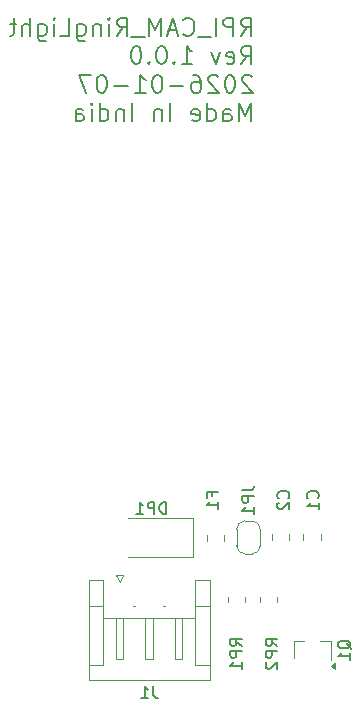
<source format=gbr>
%TF.GenerationSoftware,KiCad,Pcbnew,9.0.7-9.0.7~ubuntu24.04.1*%
%TF.CreationDate,2026-01-08T12:22:14+05:30*%
%TF.ProjectId,RPI_Cam3_RL,5250495f-4361-46d3-935f-524c2e6b6963,1.0.0*%
%TF.SameCoordinates,Original*%
%TF.FileFunction,Legend,Bot*%
%TF.FilePolarity,Positive*%
%FSLAX46Y46*%
G04 Gerber Fmt 4.6, Leading zero omitted, Abs format (unit mm)*
G04 Created by KiCad (PCBNEW 9.0.7-9.0.7~ubuntu24.04.1) date 2026-01-08 12:22:14*
%MOMM*%
%LPD*%
G01*
G04 APERTURE LIST*
%ADD10C,0.187500*%
%ADD11C,0.150000*%
%ADD12C,0.120000*%
G04 APERTURE END LIST*
D10*
X212862359Y-68661930D02*
X213362359Y-67947644D01*
X213719502Y-68661930D02*
X213719502Y-67161930D01*
X213719502Y-67161930D02*
X213148073Y-67161930D01*
X213148073Y-67161930D02*
X213005216Y-67233359D01*
X213005216Y-67233359D02*
X212933787Y-67304787D01*
X212933787Y-67304787D02*
X212862359Y-67447644D01*
X212862359Y-67447644D02*
X212862359Y-67661930D01*
X212862359Y-67661930D02*
X212933787Y-67804787D01*
X212933787Y-67804787D02*
X213005216Y-67876216D01*
X213005216Y-67876216D02*
X213148073Y-67947644D01*
X213148073Y-67947644D02*
X213719502Y-67947644D01*
X212219502Y-68661930D02*
X212219502Y-67161930D01*
X212219502Y-67161930D02*
X211648073Y-67161930D01*
X211648073Y-67161930D02*
X211505216Y-67233359D01*
X211505216Y-67233359D02*
X211433787Y-67304787D01*
X211433787Y-67304787D02*
X211362359Y-67447644D01*
X211362359Y-67447644D02*
X211362359Y-67661930D01*
X211362359Y-67661930D02*
X211433787Y-67804787D01*
X211433787Y-67804787D02*
X211505216Y-67876216D01*
X211505216Y-67876216D02*
X211648073Y-67947644D01*
X211648073Y-67947644D02*
X212219502Y-67947644D01*
X210719502Y-68661930D02*
X210719502Y-67161930D01*
X210362359Y-68804787D02*
X209219501Y-68804787D01*
X208005216Y-68519073D02*
X208076644Y-68590502D01*
X208076644Y-68590502D02*
X208290930Y-68661930D01*
X208290930Y-68661930D02*
X208433787Y-68661930D01*
X208433787Y-68661930D02*
X208648073Y-68590502D01*
X208648073Y-68590502D02*
X208790930Y-68447644D01*
X208790930Y-68447644D02*
X208862359Y-68304787D01*
X208862359Y-68304787D02*
X208933787Y-68019073D01*
X208933787Y-68019073D02*
X208933787Y-67804787D01*
X208933787Y-67804787D02*
X208862359Y-67519073D01*
X208862359Y-67519073D02*
X208790930Y-67376216D01*
X208790930Y-67376216D02*
X208648073Y-67233359D01*
X208648073Y-67233359D02*
X208433787Y-67161930D01*
X208433787Y-67161930D02*
X208290930Y-67161930D01*
X208290930Y-67161930D02*
X208076644Y-67233359D01*
X208076644Y-67233359D02*
X208005216Y-67304787D01*
X207433787Y-68233359D02*
X206719502Y-68233359D01*
X207576644Y-68661930D02*
X207076644Y-67161930D01*
X207076644Y-67161930D02*
X206576644Y-68661930D01*
X206076645Y-68661930D02*
X206076645Y-67161930D01*
X206076645Y-67161930D02*
X205576645Y-68233359D01*
X205576645Y-68233359D02*
X205076645Y-67161930D01*
X205076645Y-67161930D02*
X205076645Y-68661930D01*
X204719502Y-68804787D02*
X203576644Y-68804787D01*
X202362359Y-68661930D02*
X202862359Y-67947644D01*
X203219502Y-68661930D02*
X203219502Y-67161930D01*
X203219502Y-67161930D02*
X202648073Y-67161930D01*
X202648073Y-67161930D02*
X202505216Y-67233359D01*
X202505216Y-67233359D02*
X202433787Y-67304787D01*
X202433787Y-67304787D02*
X202362359Y-67447644D01*
X202362359Y-67447644D02*
X202362359Y-67661930D01*
X202362359Y-67661930D02*
X202433787Y-67804787D01*
X202433787Y-67804787D02*
X202505216Y-67876216D01*
X202505216Y-67876216D02*
X202648073Y-67947644D01*
X202648073Y-67947644D02*
X203219502Y-67947644D01*
X201719502Y-68661930D02*
X201719502Y-67661930D01*
X201719502Y-67161930D02*
X201790930Y-67233359D01*
X201790930Y-67233359D02*
X201719502Y-67304787D01*
X201719502Y-67304787D02*
X201648073Y-67233359D01*
X201648073Y-67233359D02*
X201719502Y-67161930D01*
X201719502Y-67161930D02*
X201719502Y-67304787D01*
X201005216Y-67661930D02*
X201005216Y-68661930D01*
X201005216Y-67804787D02*
X200933787Y-67733359D01*
X200933787Y-67733359D02*
X200790930Y-67661930D01*
X200790930Y-67661930D02*
X200576644Y-67661930D01*
X200576644Y-67661930D02*
X200433787Y-67733359D01*
X200433787Y-67733359D02*
X200362359Y-67876216D01*
X200362359Y-67876216D02*
X200362359Y-68661930D01*
X199005216Y-67661930D02*
X199005216Y-68876216D01*
X199005216Y-68876216D02*
X199076644Y-69019073D01*
X199076644Y-69019073D02*
X199148073Y-69090502D01*
X199148073Y-69090502D02*
X199290930Y-69161930D01*
X199290930Y-69161930D02*
X199505216Y-69161930D01*
X199505216Y-69161930D02*
X199648073Y-69090502D01*
X199005216Y-68590502D02*
X199148073Y-68661930D01*
X199148073Y-68661930D02*
X199433787Y-68661930D01*
X199433787Y-68661930D02*
X199576644Y-68590502D01*
X199576644Y-68590502D02*
X199648073Y-68519073D01*
X199648073Y-68519073D02*
X199719501Y-68376216D01*
X199719501Y-68376216D02*
X199719501Y-67947644D01*
X199719501Y-67947644D02*
X199648073Y-67804787D01*
X199648073Y-67804787D02*
X199576644Y-67733359D01*
X199576644Y-67733359D02*
X199433787Y-67661930D01*
X199433787Y-67661930D02*
X199148073Y-67661930D01*
X199148073Y-67661930D02*
X199005216Y-67733359D01*
X197576644Y-68661930D02*
X198290930Y-68661930D01*
X198290930Y-68661930D02*
X198290930Y-67161930D01*
X197076644Y-68661930D02*
X197076644Y-67661930D01*
X197076644Y-67161930D02*
X197148072Y-67233359D01*
X197148072Y-67233359D02*
X197076644Y-67304787D01*
X197076644Y-67304787D02*
X197005215Y-67233359D01*
X197005215Y-67233359D02*
X197076644Y-67161930D01*
X197076644Y-67161930D02*
X197076644Y-67304787D01*
X195719501Y-67661930D02*
X195719501Y-68876216D01*
X195719501Y-68876216D02*
X195790929Y-69019073D01*
X195790929Y-69019073D02*
X195862358Y-69090502D01*
X195862358Y-69090502D02*
X196005215Y-69161930D01*
X196005215Y-69161930D02*
X196219501Y-69161930D01*
X196219501Y-69161930D02*
X196362358Y-69090502D01*
X195719501Y-68590502D02*
X195862358Y-68661930D01*
X195862358Y-68661930D02*
X196148072Y-68661930D01*
X196148072Y-68661930D02*
X196290929Y-68590502D01*
X196290929Y-68590502D02*
X196362358Y-68519073D01*
X196362358Y-68519073D02*
X196433786Y-68376216D01*
X196433786Y-68376216D02*
X196433786Y-67947644D01*
X196433786Y-67947644D02*
X196362358Y-67804787D01*
X196362358Y-67804787D02*
X196290929Y-67733359D01*
X196290929Y-67733359D02*
X196148072Y-67661930D01*
X196148072Y-67661930D02*
X195862358Y-67661930D01*
X195862358Y-67661930D02*
X195719501Y-67733359D01*
X195005215Y-68661930D02*
X195005215Y-67161930D01*
X194362358Y-68661930D02*
X194362358Y-67876216D01*
X194362358Y-67876216D02*
X194433786Y-67733359D01*
X194433786Y-67733359D02*
X194576643Y-67661930D01*
X194576643Y-67661930D02*
X194790929Y-67661930D01*
X194790929Y-67661930D02*
X194933786Y-67733359D01*
X194933786Y-67733359D02*
X195005215Y-67804787D01*
X193862357Y-67661930D02*
X193290929Y-67661930D01*
X193648072Y-67161930D02*
X193648072Y-68447644D01*
X193648072Y-68447644D02*
X193576643Y-68590502D01*
X193576643Y-68590502D02*
X193433786Y-68661930D01*
X193433786Y-68661930D02*
X193290929Y-68661930D01*
X212862359Y-71076846D02*
X213362359Y-70362560D01*
X213719502Y-71076846D02*
X213719502Y-69576846D01*
X213719502Y-69576846D02*
X213148073Y-69576846D01*
X213148073Y-69576846D02*
X213005216Y-69648275D01*
X213005216Y-69648275D02*
X212933787Y-69719703D01*
X212933787Y-69719703D02*
X212862359Y-69862560D01*
X212862359Y-69862560D02*
X212862359Y-70076846D01*
X212862359Y-70076846D02*
X212933787Y-70219703D01*
X212933787Y-70219703D02*
X213005216Y-70291132D01*
X213005216Y-70291132D02*
X213148073Y-70362560D01*
X213148073Y-70362560D02*
X213719502Y-70362560D01*
X211648073Y-71005418D02*
X211790930Y-71076846D01*
X211790930Y-71076846D02*
X212076645Y-71076846D01*
X212076645Y-71076846D02*
X212219502Y-71005418D01*
X212219502Y-71005418D02*
X212290930Y-70862560D01*
X212290930Y-70862560D02*
X212290930Y-70291132D01*
X212290930Y-70291132D02*
X212219502Y-70148275D01*
X212219502Y-70148275D02*
X212076645Y-70076846D01*
X212076645Y-70076846D02*
X211790930Y-70076846D01*
X211790930Y-70076846D02*
X211648073Y-70148275D01*
X211648073Y-70148275D02*
X211576645Y-70291132D01*
X211576645Y-70291132D02*
X211576645Y-70433989D01*
X211576645Y-70433989D02*
X212290930Y-70576846D01*
X211076645Y-70076846D02*
X210719502Y-71076846D01*
X210719502Y-71076846D02*
X210362359Y-70076846D01*
X207862359Y-71076846D02*
X208719502Y-71076846D01*
X208290931Y-71076846D02*
X208290931Y-69576846D01*
X208290931Y-69576846D02*
X208433788Y-69791132D01*
X208433788Y-69791132D02*
X208576645Y-69933989D01*
X208576645Y-69933989D02*
X208719502Y-70005418D01*
X207219503Y-70933989D02*
X207148074Y-71005418D01*
X207148074Y-71005418D02*
X207219503Y-71076846D01*
X207219503Y-71076846D02*
X207290931Y-71005418D01*
X207290931Y-71005418D02*
X207219503Y-70933989D01*
X207219503Y-70933989D02*
X207219503Y-71076846D01*
X206219502Y-69576846D02*
X206076645Y-69576846D01*
X206076645Y-69576846D02*
X205933788Y-69648275D01*
X205933788Y-69648275D02*
X205862360Y-69719703D01*
X205862360Y-69719703D02*
X205790931Y-69862560D01*
X205790931Y-69862560D02*
X205719502Y-70148275D01*
X205719502Y-70148275D02*
X205719502Y-70505418D01*
X205719502Y-70505418D02*
X205790931Y-70791132D01*
X205790931Y-70791132D02*
X205862360Y-70933989D01*
X205862360Y-70933989D02*
X205933788Y-71005418D01*
X205933788Y-71005418D02*
X206076645Y-71076846D01*
X206076645Y-71076846D02*
X206219502Y-71076846D01*
X206219502Y-71076846D02*
X206362360Y-71005418D01*
X206362360Y-71005418D02*
X206433788Y-70933989D01*
X206433788Y-70933989D02*
X206505217Y-70791132D01*
X206505217Y-70791132D02*
X206576645Y-70505418D01*
X206576645Y-70505418D02*
X206576645Y-70148275D01*
X206576645Y-70148275D02*
X206505217Y-69862560D01*
X206505217Y-69862560D02*
X206433788Y-69719703D01*
X206433788Y-69719703D02*
X206362360Y-69648275D01*
X206362360Y-69648275D02*
X206219502Y-69576846D01*
X205076646Y-70933989D02*
X205005217Y-71005418D01*
X205005217Y-71005418D02*
X205076646Y-71076846D01*
X205076646Y-71076846D02*
X205148074Y-71005418D01*
X205148074Y-71005418D02*
X205076646Y-70933989D01*
X205076646Y-70933989D02*
X205076646Y-71076846D01*
X204076645Y-69576846D02*
X203933788Y-69576846D01*
X203933788Y-69576846D02*
X203790931Y-69648275D01*
X203790931Y-69648275D02*
X203719503Y-69719703D01*
X203719503Y-69719703D02*
X203648074Y-69862560D01*
X203648074Y-69862560D02*
X203576645Y-70148275D01*
X203576645Y-70148275D02*
X203576645Y-70505418D01*
X203576645Y-70505418D02*
X203648074Y-70791132D01*
X203648074Y-70791132D02*
X203719503Y-70933989D01*
X203719503Y-70933989D02*
X203790931Y-71005418D01*
X203790931Y-71005418D02*
X203933788Y-71076846D01*
X203933788Y-71076846D02*
X204076645Y-71076846D01*
X204076645Y-71076846D02*
X204219503Y-71005418D01*
X204219503Y-71005418D02*
X204290931Y-70933989D01*
X204290931Y-70933989D02*
X204362360Y-70791132D01*
X204362360Y-70791132D02*
X204433788Y-70505418D01*
X204433788Y-70505418D02*
X204433788Y-70148275D01*
X204433788Y-70148275D02*
X204362360Y-69862560D01*
X204362360Y-69862560D02*
X204290931Y-69719703D01*
X204290931Y-69719703D02*
X204219503Y-69648275D01*
X204219503Y-69648275D02*
X204076645Y-69576846D01*
X213790930Y-72134619D02*
X213719502Y-72063191D01*
X213719502Y-72063191D02*
X213576645Y-71991762D01*
X213576645Y-71991762D02*
X213219502Y-71991762D01*
X213219502Y-71991762D02*
X213076645Y-72063191D01*
X213076645Y-72063191D02*
X213005216Y-72134619D01*
X213005216Y-72134619D02*
X212933787Y-72277476D01*
X212933787Y-72277476D02*
X212933787Y-72420334D01*
X212933787Y-72420334D02*
X213005216Y-72634619D01*
X213005216Y-72634619D02*
X213862359Y-73491762D01*
X213862359Y-73491762D02*
X212933787Y-73491762D01*
X212005216Y-71991762D02*
X211862359Y-71991762D01*
X211862359Y-71991762D02*
X211719502Y-72063191D01*
X211719502Y-72063191D02*
X211648074Y-72134619D01*
X211648074Y-72134619D02*
X211576645Y-72277476D01*
X211576645Y-72277476D02*
X211505216Y-72563191D01*
X211505216Y-72563191D02*
X211505216Y-72920334D01*
X211505216Y-72920334D02*
X211576645Y-73206048D01*
X211576645Y-73206048D02*
X211648074Y-73348905D01*
X211648074Y-73348905D02*
X211719502Y-73420334D01*
X211719502Y-73420334D02*
X211862359Y-73491762D01*
X211862359Y-73491762D02*
X212005216Y-73491762D01*
X212005216Y-73491762D02*
X212148074Y-73420334D01*
X212148074Y-73420334D02*
X212219502Y-73348905D01*
X212219502Y-73348905D02*
X212290931Y-73206048D01*
X212290931Y-73206048D02*
X212362359Y-72920334D01*
X212362359Y-72920334D02*
X212362359Y-72563191D01*
X212362359Y-72563191D02*
X212290931Y-72277476D01*
X212290931Y-72277476D02*
X212219502Y-72134619D01*
X212219502Y-72134619D02*
X212148074Y-72063191D01*
X212148074Y-72063191D02*
X212005216Y-71991762D01*
X210933788Y-72134619D02*
X210862360Y-72063191D01*
X210862360Y-72063191D02*
X210719503Y-71991762D01*
X210719503Y-71991762D02*
X210362360Y-71991762D01*
X210362360Y-71991762D02*
X210219503Y-72063191D01*
X210219503Y-72063191D02*
X210148074Y-72134619D01*
X210148074Y-72134619D02*
X210076645Y-72277476D01*
X210076645Y-72277476D02*
X210076645Y-72420334D01*
X210076645Y-72420334D02*
X210148074Y-72634619D01*
X210148074Y-72634619D02*
X211005217Y-73491762D01*
X211005217Y-73491762D02*
X210076645Y-73491762D01*
X208790932Y-71991762D02*
X209076646Y-71991762D01*
X209076646Y-71991762D02*
X209219503Y-72063191D01*
X209219503Y-72063191D02*
X209290932Y-72134619D01*
X209290932Y-72134619D02*
X209433789Y-72348905D01*
X209433789Y-72348905D02*
X209505217Y-72634619D01*
X209505217Y-72634619D02*
X209505217Y-73206048D01*
X209505217Y-73206048D02*
X209433789Y-73348905D01*
X209433789Y-73348905D02*
X209362360Y-73420334D01*
X209362360Y-73420334D02*
X209219503Y-73491762D01*
X209219503Y-73491762D02*
X208933789Y-73491762D01*
X208933789Y-73491762D02*
X208790932Y-73420334D01*
X208790932Y-73420334D02*
X208719503Y-73348905D01*
X208719503Y-73348905D02*
X208648074Y-73206048D01*
X208648074Y-73206048D02*
X208648074Y-72848905D01*
X208648074Y-72848905D02*
X208719503Y-72706048D01*
X208719503Y-72706048D02*
X208790932Y-72634619D01*
X208790932Y-72634619D02*
X208933789Y-72563191D01*
X208933789Y-72563191D02*
X209219503Y-72563191D01*
X209219503Y-72563191D02*
X209362360Y-72634619D01*
X209362360Y-72634619D02*
X209433789Y-72706048D01*
X209433789Y-72706048D02*
X209505217Y-72848905D01*
X208005218Y-72920334D02*
X206862361Y-72920334D01*
X205862360Y-71991762D02*
X205719503Y-71991762D01*
X205719503Y-71991762D02*
X205576646Y-72063191D01*
X205576646Y-72063191D02*
X205505218Y-72134619D01*
X205505218Y-72134619D02*
X205433789Y-72277476D01*
X205433789Y-72277476D02*
X205362360Y-72563191D01*
X205362360Y-72563191D02*
X205362360Y-72920334D01*
X205362360Y-72920334D02*
X205433789Y-73206048D01*
X205433789Y-73206048D02*
X205505218Y-73348905D01*
X205505218Y-73348905D02*
X205576646Y-73420334D01*
X205576646Y-73420334D02*
X205719503Y-73491762D01*
X205719503Y-73491762D02*
X205862360Y-73491762D01*
X205862360Y-73491762D02*
X206005218Y-73420334D01*
X206005218Y-73420334D02*
X206076646Y-73348905D01*
X206076646Y-73348905D02*
X206148075Y-73206048D01*
X206148075Y-73206048D02*
X206219503Y-72920334D01*
X206219503Y-72920334D02*
X206219503Y-72563191D01*
X206219503Y-72563191D02*
X206148075Y-72277476D01*
X206148075Y-72277476D02*
X206076646Y-72134619D01*
X206076646Y-72134619D02*
X206005218Y-72063191D01*
X206005218Y-72063191D02*
X205862360Y-71991762D01*
X203933789Y-73491762D02*
X204790932Y-73491762D01*
X204362361Y-73491762D02*
X204362361Y-71991762D01*
X204362361Y-71991762D02*
X204505218Y-72206048D01*
X204505218Y-72206048D02*
X204648075Y-72348905D01*
X204648075Y-72348905D02*
X204790932Y-72420334D01*
X203290933Y-72920334D02*
X202148076Y-72920334D01*
X201148075Y-71991762D02*
X201005218Y-71991762D01*
X201005218Y-71991762D02*
X200862361Y-72063191D01*
X200862361Y-72063191D02*
X200790933Y-72134619D01*
X200790933Y-72134619D02*
X200719504Y-72277476D01*
X200719504Y-72277476D02*
X200648075Y-72563191D01*
X200648075Y-72563191D02*
X200648075Y-72920334D01*
X200648075Y-72920334D02*
X200719504Y-73206048D01*
X200719504Y-73206048D02*
X200790933Y-73348905D01*
X200790933Y-73348905D02*
X200862361Y-73420334D01*
X200862361Y-73420334D02*
X201005218Y-73491762D01*
X201005218Y-73491762D02*
X201148075Y-73491762D01*
X201148075Y-73491762D02*
X201290933Y-73420334D01*
X201290933Y-73420334D02*
X201362361Y-73348905D01*
X201362361Y-73348905D02*
X201433790Y-73206048D01*
X201433790Y-73206048D02*
X201505218Y-72920334D01*
X201505218Y-72920334D02*
X201505218Y-72563191D01*
X201505218Y-72563191D02*
X201433790Y-72277476D01*
X201433790Y-72277476D02*
X201362361Y-72134619D01*
X201362361Y-72134619D02*
X201290933Y-72063191D01*
X201290933Y-72063191D02*
X201148075Y-71991762D01*
X200148076Y-71991762D02*
X199148076Y-71991762D01*
X199148076Y-71991762D02*
X199790933Y-73491762D01*
X213719502Y-75906678D02*
X213719502Y-74406678D01*
X213719502Y-74406678D02*
X213219502Y-75478107D01*
X213219502Y-75478107D02*
X212719502Y-74406678D01*
X212719502Y-74406678D02*
X212719502Y-75906678D01*
X211362359Y-75906678D02*
X211362359Y-75120964D01*
X211362359Y-75120964D02*
X211433787Y-74978107D01*
X211433787Y-74978107D02*
X211576644Y-74906678D01*
X211576644Y-74906678D02*
X211862359Y-74906678D01*
X211862359Y-74906678D02*
X212005216Y-74978107D01*
X211362359Y-75835250D02*
X211505216Y-75906678D01*
X211505216Y-75906678D02*
X211862359Y-75906678D01*
X211862359Y-75906678D02*
X212005216Y-75835250D01*
X212005216Y-75835250D02*
X212076644Y-75692392D01*
X212076644Y-75692392D02*
X212076644Y-75549535D01*
X212076644Y-75549535D02*
X212005216Y-75406678D01*
X212005216Y-75406678D02*
X211862359Y-75335250D01*
X211862359Y-75335250D02*
X211505216Y-75335250D01*
X211505216Y-75335250D02*
X211362359Y-75263821D01*
X210005216Y-75906678D02*
X210005216Y-74406678D01*
X210005216Y-75835250D02*
X210148073Y-75906678D01*
X210148073Y-75906678D02*
X210433787Y-75906678D01*
X210433787Y-75906678D02*
X210576644Y-75835250D01*
X210576644Y-75835250D02*
X210648073Y-75763821D01*
X210648073Y-75763821D02*
X210719501Y-75620964D01*
X210719501Y-75620964D02*
X210719501Y-75192392D01*
X210719501Y-75192392D02*
X210648073Y-75049535D01*
X210648073Y-75049535D02*
X210576644Y-74978107D01*
X210576644Y-74978107D02*
X210433787Y-74906678D01*
X210433787Y-74906678D02*
X210148073Y-74906678D01*
X210148073Y-74906678D02*
X210005216Y-74978107D01*
X208719501Y-75835250D02*
X208862358Y-75906678D01*
X208862358Y-75906678D02*
X209148073Y-75906678D01*
X209148073Y-75906678D02*
X209290930Y-75835250D01*
X209290930Y-75835250D02*
X209362358Y-75692392D01*
X209362358Y-75692392D02*
X209362358Y-75120964D01*
X209362358Y-75120964D02*
X209290930Y-74978107D01*
X209290930Y-74978107D02*
X209148073Y-74906678D01*
X209148073Y-74906678D02*
X208862358Y-74906678D01*
X208862358Y-74906678D02*
X208719501Y-74978107D01*
X208719501Y-74978107D02*
X208648073Y-75120964D01*
X208648073Y-75120964D02*
X208648073Y-75263821D01*
X208648073Y-75263821D02*
X209362358Y-75406678D01*
X206862359Y-75906678D02*
X206862359Y-74406678D01*
X206148073Y-74906678D02*
X206148073Y-75906678D01*
X206148073Y-75049535D02*
X206076644Y-74978107D01*
X206076644Y-74978107D02*
X205933787Y-74906678D01*
X205933787Y-74906678D02*
X205719501Y-74906678D01*
X205719501Y-74906678D02*
X205576644Y-74978107D01*
X205576644Y-74978107D02*
X205505216Y-75120964D01*
X205505216Y-75120964D02*
X205505216Y-75906678D01*
X203648073Y-75906678D02*
X203648073Y-74406678D01*
X202933787Y-74906678D02*
X202933787Y-75906678D01*
X202933787Y-75049535D02*
X202862358Y-74978107D01*
X202862358Y-74978107D02*
X202719501Y-74906678D01*
X202719501Y-74906678D02*
X202505215Y-74906678D01*
X202505215Y-74906678D02*
X202362358Y-74978107D01*
X202362358Y-74978107D02*
X202290930Y-75120964D01*
X202290930Y-75120964D02*
X202290930Y-75906678D01*
X200933787Y-75906678D02*
X200933787Y-74406678D01*
X200933787Y-75835250D02*
X201076644Y-75906678D01*
X201076644Y-75906678D02*
X201362358Y-75906678D01*
X201362358Y-75906678D02*
X201505215Y-75835250D01*
X201505215Y-75835250D02*
X201576644Y-75763821D01*
X201576644Y-75763821D02*
X201648072Y-75620964D01*
X201648072Y-75620964D02*
X201648072Y-75192392D01*
X201648072Y-75192392D02*
X201576644Y-75049535D01*
X201576644Y-75049535D02*
X201505215Y-74978107D01*
X201505215Y-74978107D02*
X201362358Y-74906678D01*
X201362358Y-74906678D02*
X201076644Y-74906678D01*
X201076644Y-74906678D02*
X200933787Y-74978107D01*
X200219501Y-75906678D02*
X200219501Y-74906678D01*
X200219501Y-74406678D02*
X200290929Y-74478107D01*
X200290929Y-74478107D02*
X200219501Y-74549535D01*
X200219501Y-74549535D02*
X200148072Y-74478107D01*
X200148072Y-74478107D02*
X200219501Y-74406678D01*
X200219501Y-74406678D02*
X200219501Y-74549535D01*
X198862358Y-75906678D02*
X198862358Y-75120964D01*
X198862358Y-75120964D02*
X198933786Y-74978107D01*
X198933786Y-74978107D02*
X199076643Y-74906678D01*
X199076643Y-74906678D02*
X199362358Y-74906678D01*
X199362358Y-74906678D02*
X199505215Y-74978107D01*
X198862358Y-75835250D02*
X199005215Y-75906678D01*
X199005215Y-75906678D02*
X199362358Y-75906678D01*
X199362358Y-75906678D02*
X199505215Y-75835250D01*
X199505215Y-75835250D02*
X199576643Y-75692392D01*
X199576643Y-75692392D02*
X199576643Y-75549535D01*
X199576643Y-75549535D02*
X199505215Y-75406678D01*
X199505215Y-75406678D02*
X199362358Y-75335250D01*
X199362358Y-75335250D02*
X199005215Y-75335250D01*
X199005215Y-75335250D02*
X198862358Y-75263821D01*
D11*
X219359580Y-107833333D02*
X219407200Y-107785714D01*
X219407200Y-107785714D02*
X219454819Y-107642857D01*
X219454819Y-107642857D02*
X219454819Y-107547619D01*
X219454819Y-107547619D02*
X219407200Y-107404762D01*
X219407200Y-107404762D02*
X219311961Y-107309524D01*
X219311961Y-107309524D02*
X219216723Y-107261905D01*
X219216723Y-107261905D02*
X219026247Y-107214286D01*
X219026247Y-107214286D02*
X218883390Y-107214286D01*
X218883390Y-107214286D02*
X218692914Y-107261905D01*
X218692914Y-107261905D02*
X218597676Y-107309524D01*
X218597676Y-107309524D02*
X218502438Y-107404762D01*
X218502438Y-107404762D02*
X218454819Y-107547619D01*
X218454819Y-107547619D02*
X218454819Y-107642857D01*
X218454819Y-107642857D02*
X218502438Y-107785714D01*
X218502438Y-107785714D02*
X218550057Y-107833333D01*
X219454819Y-108785714D02*
X219454819Y-108214286D01*
X219454819Y-108500000D02*
X218454819Y-108500000D01*
X218454819Y-108500000D02*
X218597676Y-108404762D01*
X218597676Y-108404762D02*
X218692914Y-108309524D01*
X218692914Y-108309524D02*
X218740533Y-108214286D01*
X212954819Y-107166666D02*
X213669104Y-107166666D01*
X213669104Y-107166666D02*
X213811961Y-107119047D01*
X213811961Y-107119047D02*
X213907200Y-107023809D01*
X213907200Y-107023809D02*
X213954819Y-106880952D01*
X213954819Y-106880952D02*
X213954819Y-106785714D01*
X213954819Y-107642857D02*
X212954819Y-107642857D01*
X212954819Y-107642857D02*
X212954819Y-108023809D01*
X212954819Y-108023809D02*
X213002438Y-108119047D01*
X213002438Y-108119047D02*
X213050057Y-108166666D01*
X213050057Y-108166666D02*
X213145295Y-108214285D01*
X213145295Y-108214285D02*
X213288152Y-108214285D01*
X213288152Y-108214285D02*
X213383390Y-108166666D01*
X213383390Y-108166666D02*
X213431009Y-108119047D01*
X213431009Y-108119047D02*
X213478628Y-108023809D01*
X213478628Y-108023809D02*
X213478628Y-107642857D01*
X213954819Y-109166666D02*
X213954819Y-108595238D01*
X213954819Y-108880952D02*
X212954819Y-108880952D01*
X212954819Y-108880952D02*
X213097676Y-108785714D01*
X213097676Y-108785714D02*
X213192914Y-108690476D01*
X213192914Y-108690476D02*
X213240533Y-108595238D01*
X205433333Y-123754819D02*
X205433333Y-124469104D01*
X205433333Y-124469104D02*
X205480952Y-124611961D01*
X205480952Y-124611961D02*
X205576190Y-124707200D01*
X205576190Y-124707200D02*
X205719047Y-124754819D01*
X205719047Y-124754819D02*
X205814285Y-124754819D01*
X204433333Y-124754819D02*
X205004761Y-124754819D01*
X204719047Y-124754819D02*
X204719047Y-123754819D01*
X204719047Y-123754819D02*
X204814285Y-123897676D01*
X204814285Y-123897676D02*
X204909523Y-123992914D01*
X204909523Y-123992914D02*
X205004761Y-124040533D01*
X206538094Y-109154819D02*
X206538094Y-108154819D01*
X206538094Y-108154819D02*
X206299999Y-108154819D01*
X206299999Y-108154819D02*
X206157142Y-108202438D01*
X206157142Y-108202438D02*
X206061904Y-108297676D01*
X206061904Y-108297676D02*
X206014285Y-108392914D01*
X206014285Y-108392914D02*
X205966666Y-108583390D01*
X205966666Y-108583390D02*
X205966666Y-108726247D01*
X205966666Y-108726247D02*
X206014285Y-108916723D01*
X206014285Y-108916723D02*
X206061904Y-109011961D01*
X206061904Y-109011961D02*
X206157142Y-109107200D01*
X206157142Y-109107200D02*
X206299999Y-109154819D01*
X206299999Y-109154819D02*
X206538094Y-109154819D01*
X205538094Y-109154819D02*
X205538094Y-108154819D01*
X205538094Y-108154819D02*
X205157142Y-108154819D01*
X205157142Y-108154819D02*
X205061904Y-108202438D01*
X205061904Y-108202438D02*
X205014285Y-108250057D01*
X205014285Y-108250057D02*
X204966666Y-108345295D01*
X204966666Y-108345295D02*
X204966666Y-108488152D01*
X204966666Y-108488152D02*
X205014285Y-108583390D01*
X205014285Y-108583390D02*
X205061904Y-108631009D01*
X205061904Y-108631009D02*
X205157142Y-108678628D01*
X205157142Y-108678628D02*
X205538094Y-108678628D01*
X204014285Y-109154819D02*
X204585713Y-109154819D01*
X204299999Y-109154819D02*
X204299999Y-108154819D01*
X204299999Y-108154819D02*
X204395237Y-108297676D01*
X204395237Y-108297676D02*
X204490475Y-108392914D01*
X204490475Y-108392914D02*
X204585713Y-108440533D01*
X215954819Y-120333333D02*
X215478628Y-120000000D01*
X215954819Y-119761905D02*
X214954819Y-119761905D01*
X214954819Y-119761905D02*
X214954819Y-120142857D01*
X214954819Y-120142857D02*
X215002438Y-120238095D01*
X215002438Y-120238095D02*
X215050057Y-120285714D01*
X215050057Y-120285714D02*
X215145295Y-120333333D01*
X215145295Y-120333333D02*
X215288152Y-120333333D01*
X215288152Y-120333333D02*
X215383390Y-120285714D01*
X215383390Y-120285714D02*
X215431009Y-120238095D01*
X215431009Y-120238095D02*
X215478628Y-120142857D01*
X215478628Y-120142857D02*
X215478628Y-119761905D01*
X215954819Y-120761905D02*
X214954819Y-120761905D01*
X214954819Y-120761905D02*
X214954819Y-121142857D01*
X214954819Y-121142857D02*
X215002438Y-121238095D01*
X215002438Y-121238095D02*
X215050057Y-121285714D01*
X215050057Y-121285714D02*
X215145295Y-121333333D01*
X215145295Y-121333333D02*
X215288152Y-121333333D01*
X215288152Y-121333333D02*
X215383390Y-121285714D01*
X215383390Y-121285714D02*
X215431009Y-121238095D01*
X215431009Y-121238095D02*
X215478628Y-121142857D01*
X215478628Y-121142857D02*
X215478628Y-120761905D01*
X215050057Y-121714286D02*
X215002438Y-121761905D01*
X215002438Y-121761905D02*
X214954819Y-121857143D01*
X214954819Y-121857143D02*
X214954819Y-122095238D01*
X214954819Y-122095238D02*
X215002438Y-122190476D01*
X215002438Y-122190476D02*
X215050057Y-122238095D01*
X215050057Y-122238095D02*
X215145295Y-122285714D01*
X215145295Y-122285714D02*
X215240533Y-122285714D01*
X215240533Y-122285714D02*
X215383390Y-122238095D01*
X215383390Y-122238095D02*
X215954819Y-121666667D01*
X215954819Y-121666667D02*
X215954819Y-122285714D01*
X222200057Y-120604761D02*
X222152438Y-120509523D01*
X222152438Y-120509523D02*
X222057200Y-120414285D01*
X222057200Y-120414285D02*
X221914342Y-120271428D01*
X221914342Y-120271428D02*
X221866723Y-120176190D01*
X221866723Y-120176190D02*
X221866723Y-120080952D01*
X222104819Y-120128571D02*
X222057200Y-120033333D01*
X222057200Y-120033333D02*
X221961961Y-119938095D01*
X221961961Y-119938095D02*
X221771485Y-119890476D01*
X221771485Y-119890476D02*
X221438152Y-119890476D01*
X221438152Y-119890476D02*
X221247676Y-119938095D01*
X221247676Y-119938095D02*
X221152438Y-120033333D01*
X221152438Y-120033333D02*
X221104819Y-120128571D01*
X221104819Y-120128571D02*
X221104819Y-120319047D01*
X221104819Y-120319047D02*
X221152438Y-120414285D01*
X221152438Y-120414285D02*
X221247676Y-120509523D01*
X221247676Y-120509523D02*
X221438152Y-120557142D01*
X221438152Y-120557142D02*
X221771485Y-120557142D01*
X221771485Y-120557142D02*
X221961961Y-120509523D01*
X221961961Y-120509523D02*
X222057200Y-120414285D01*
X222057200Y-120414285D02*
X222104819Y-120319047D01*
X222104819Y-120319047D02*
X222104819Y-120128571D01*
X222104819Y-121509523D02*
X222104819Y-120938095D01*
X222104819Y-121223809D02*
X221104819Y-121223809D01*
X221104819Y-121223809D02*
X221247676Y-121128571D01*
X221247676Y-121128571D02*
X221342914Y-121033333D01*
X221342914Y-121033333D02*
X221390533Y-120938095D01*
X216859580Y-107833333D02*
X216907200Y-107785714D01*
X216907200Y-107785714D02*
X216954819Y-107642857D01*
X216954819Y-107642857D02*
X216954819Y-107547619D01*
X216954819Y-107547619D02*
X216907200Y-107404762D01*
X216907200Y-107404762D02*
X216811961Y-107309524D01*
X216811961Y-107309524D02*
X216716723Y-107261905D01*
X216716723Y-107261905D02*
X216526247Y-107214286D01*
X216526247Y-107214286D02*
X216383390Y-107214286D01*
X216383390Y-107214286D02*
X216192914Y-107261905D01*
X216192914Y-107261905D02*
X216097676Y-107309524D01*
X216097676Y-107309524D02*
X216002438Y-107404762D01*
X216002438Y-107404762D02*
X215954819Y-107547619D01*
X215954819Y-107547619D02*
X215954819Y-107642857D01*
X215954819Y-107642857D02*
X216002438Y-107785714D01*
X216002438Y-107785714D02*
X216050057Y-107833333D01*
X216050057Y-108214286D02*
X216002438Y-108261905D01*
X216002438Y-108261905D02*
X215954819Y-108357143D01*
X215954819Y-108357143D02*
X215954819Y-108595238D01*
X215954819Y-108595238D02*
X216002438Y-108690476D01*
X216002438Y-108690476D02*
X216050057Y-108738095D01*
X216050057Y-108738095D02*
X216145295Y-108785714D01*
X216145295Y-108785714D02*
X216240533Y-108785714D01*
X216240533Y-108785714D02*
X216383390Y-108738095D01*
X216383390Y-108738095D02*
X216954819Y-108166667D01*
X216954819Y-108166667D02*
X216954819Y-108785714D01*
X212954819Y-120333333D02*
X212478628Y-120000000D01*
X212954819Y-119761905D02*
X211954819Y-119761905D01*
X211954819Y-119761905D02*
X211954819Y-120142857D01*
X211954819Y-120142857D02*
X212002438Y-120238095D01*
X212002438Y-120238095D02*
X212050057Y-120285714D01*
X212050057Y-120285714D02*
X212145295Y-120333333D01*
X212145295Y-120333333D02*
X212288152Y-120333333D01*
X212288152Y-120333333D02*
X212383390Y-120285714D01*
X212383390Y-120285714D02*
X212431009Y-120238095D01*
X212431009Y-120238095D02*
X212478628Y-120142857D01*
X212478628Y-120142857D02*
X212478628Y-119761905D01*
X212954819Y-120761905D02*
X211954819Y-120761905D01*
X211954819Y-120761905D02*
X211954819Y-121142857D01*
X211954819Y-121142857D02*
X212002438Y-121238095D01*
X212002438Y-121238095D02*
X212050057Y-121285714D01*
X212050057Y-121285714D02*
X212145295Y-121333333D01*
X212145295Y-121333333D02*
X212288152Y-121333333D01*
X212288152Y-121333333D02*
X212383390Y-121285714D01*
X212383390Y-121285714D02*
X212431009Y-121238095D01*
X212431009Y-121238095D02*
X212478628Y-121142857D01*
X212478628Y-121142857D02*
X212478628Y-120761905D01*
X212954819Y-122285714D02*
X212954819Y-121714286D01*
X212954819Y-122000000D02*
X211954819Y-122000000D01*
X211954819Y-122000000D02*
X212097676Y-121904762D01*
X212097676Y-121904762D02*
X212192914Y-121809524D01*
X212192914Y-121809524D02*
X212240533Y-121714286D01*
X210431009Y-107666666D02*
X210431009Y-107333333D01*
X210954819Y-107333333D02*
X209954819Y-107333333D01*
X209954819Y-107333333D02*
X209954819Y-107809523D01*
X210954819Y-108714285D02*
X210954819Y-108142857D01*
X210954819Y-108428571D02*
X209954819Y-108428571D01*
X209954819Y-108428571D02*
X210097676Y-108333333D01*
X210097676Y-108333333D02*
X210192914Y-108238095D01*
X210192914Y-108238095D02*
X210240533Y-108142857D01*
D12*
%TO.C,C1*%
X218165000Y-111361252D02*
X218165000Y-110838748D01*
X219635000Y-111361252D02*
X219635000Y-110838748D01*
%TO.C,JP1*%
X212500000Y-110450000D02*
X212500000Y-111850000D01*
X213200000Y-112550000D02*
X213800000Y-112550000D01*
X213800000Y-109750000D02*
X213200000Y-109750000D01*
X214500000Y-111850000D02*
X214500000Y-110450000D01*
X212500000Y-110450000D02*
G75*
G02*
X213200000Y-109750000I700000J0D01*
G01*
X213200000Y-112550000D02*
G75*
G02*
X212500000Y-111850000I-1J699999D01*
G01*
X213800000Y-109750000D02*
G75*
G02*
X214500000Y-110450000I0J-700000D01*
G01*
X214500000Y-111850000D02*
G75*
G02*
X213800000Y-112550000I-699999J-1D01*
G01*
%TO.C,J1*%
X199990000Y-114790000D02*
X199990000Y-123210000D01*
X199990000Y-121990000D02*
X201210000Y-121990000D01*
X199990000Y-123210000D02*
X210210000Y-123210000D01*
X201210000Y-114790000D02*
X199990000Y-114790000D01*
X201210000Y-116990000D02*
X199990000Y-116990000D01*
X201210000Y-116990000D02*
X201210000Y-114790000D01*
X201210000Y-117990000D02*
X208990000Y-117990000D01*
X201210000Y-121990000D02*
X201210000Y-116990000D01*
X202280000Y-117990000D02*
X202280000Y-121410000D01*
X202280000Y-121410000D02*
X202600000Y-121490000D01*
X202300000Y-114300000D02*
X202900000Y-114300000D01*
X202600000Y-114900000D02*
X202300000Y-114300000D01*
X202600000Y-117990000D02*
X202280000Y-117990000D01*
X202600000Y-121490000D02*
X202920000Y-121410000D01*
X202900000Y-114300000D02*
X202600000Y-114900000D01*
X202920000Y-117990000D02*
X202600000Y-117990000D01*
X202920000Y-121410000D02*
X202920000Y-117990000D01*
X203770000Y-116990000D02*
X203930000Y-116990000D01*
X204780000Y-117990000D02*
X204780000Y-121410000D01*
X204780000Y-121410000D02*
X205100000Y-121490000D01*
X205100000Y-117990000D02*
X204780000Y-117990000D01*
X205100000Y-121490000D02*
X205420000Y-121410000D01*
X205420000Y-117990000D02*
X205100000Y-117990000D01*
X205420000Y-121410000D02*
X205420000Y-117990000D01*
X206270000Y-116990000D02*
X206430000Y-116990000D01*
X207280000Y-117990000D02*
X207280000Y-121410000D01*
X207280000Y-121410000D02*
X207600000Y-121490000D01*
X207600000Y-117990000D02*
X207280000Y-117990000D01*
X207600000Y-121490000D02*
X207920000Y-121410000D01*
X207920000Y-117990000D02*
X207600000Y-117990000D01*
X207920000Y-121410000D02*
X207920000Y-117990000D01*
X208990000Y-114790000D02*
X208990000Y-116990000D01*
X208990000Y-116990000D02*
X210210000Y-116990000D01*
X208990000Y-121990000D02*
X208990000Y-116990000D01*
X210210000Y-114790000D02*
X208990000Y-114790000D01*
X210210000Y-121990000D02*
X208990000Y-121990000D01*
X210210000Y-123210000D02*
X210210000Y-114790000D01*
%TO.C,DP1*%
X208810000Y-109550000D02*
X203300000Y-109550000D01*
X208810000Y-109550000D02*
X208810000Y-112850000D01*
X208810000Y-112850000D02*
X203300000Y-112850000D01*
%TO.C,RP2*%
X214465000Y-116627064D02*
X214465000Y-116172936D01*
X215935000Y-116627064D02*
X215935000Y-116172936D01*
%TO.C,Q1*%
X217320000Y-119940000D02*
X217320000Y-121400000D01*
X217320000Y-119940000D02*
X218250000Y-119940000D01*
X220480000Y-119940000D02*
X219550000Y-119940000D01*
X220480000Y-120740000D02*
X220480000Y-119940000D01*
X220480000Y-120740000D02*
X220480000Y-121540000D01*
X220840000Y-122280000D02*
X220510000Y-122040000D01*
X220840000Y-121800000D01*
X220840000Y-122280000D01*
G36*
X220840000Y-122280000D02*
G01*
X220510000Y-122040000D01*
X220840000Y-121800000D01*
X220840000Y-122280000D01*
G37*
%TO.C,C2*%
X215465000Y-111361252D02*
X215465000Y-110838748D01*
X216935000Y-111361252D02*
X216935000Y-110838748D01*
%TO.C,RP1*%
X211765000Y-116627064D02*
X211765000Y-116172936D01*
X213235000Y-116627064D02*
X213235000Y-116172936D01*
%TO.C,F1*%
X209965000Y-110972936D02*
X209965000Y-111427064D01*
X211435000Y-110972936D02*
X211435000Y-111427064D01*
%TD*%
M02*

</source>
